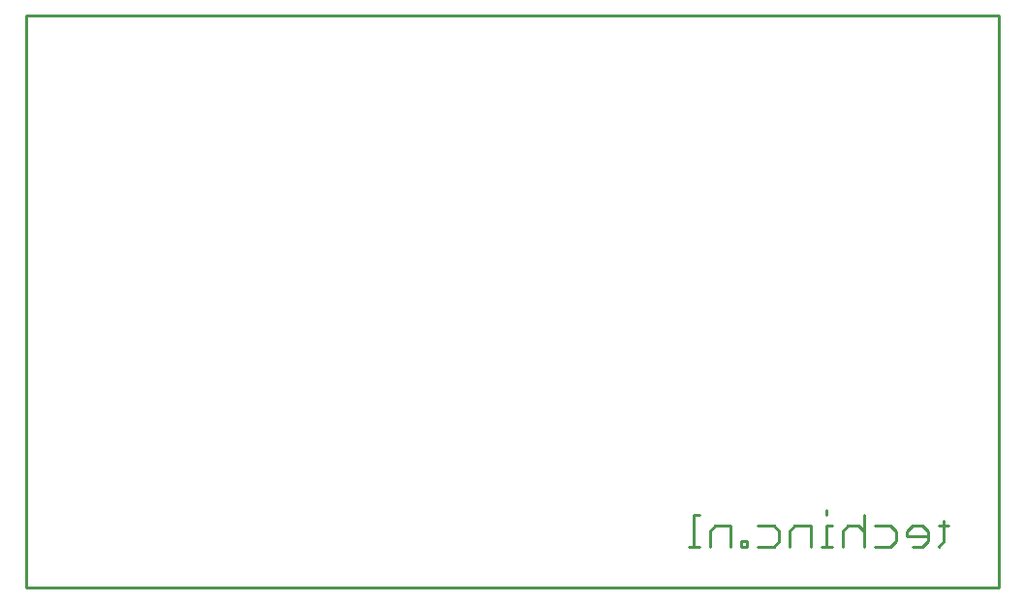
<source format=gbo>
G04 (created by PCBNEW-RS274X (2012-apr-16-27)-stable) date Thu 15 Aug 2013 10:18:16 PM CEST*
G01*
G70*
G90*
%MOIN*%
G04 Gerber Fmt 3.4, Leading zero omitted, Abs format*
%FSLAX34Y34*%
G04 APERTURE LIST*
%ADD10C,0.006000*%
%ADD11C,0.010000*%
%ADD12C,0.000100*%
%ADD13C,0.080000*%
G04 APERTURE END LIST*
G54D10*
G54D11*
X24280Y-24972D02*
X57744Y-24972D01*
X57744Y-24972D02*
X57744Y-44658D01*
X57744Y-44658D02*
X24280Y-44658D01*
X24280Y-44658D02*
X24280Y-24972D01*
X47441Y-43265D02*
X47086Y-43265D01*
X47441Y-43265D02*
X47086Y-43265D01*
X47256Y-42185D02*
X47256Y-43265D01*
X47256Y-42185D02*
X47256Y-43265D01*
X47441Y-42185D02*
X47256Y-42185D01*
X47441Y-42185D02*
X47256Y-42185D01*
X47810Y-42725D02*
X47810Y-43265D01*
X47810Y-42725D02*
X47810Y-43265D01*
X47995Y-42541D02*
X47810Y-42725D01*
X47995Y-42541D02*
X47810Y-42725D01*
X48535Y-42541D02*
X47995Y-42541D01*
X48535Y-42541D02*
X47995Y-42541D01*
X48535Y-43265D02*
X48535Y-42541D01*
X48535Y-43265D02*
X48535Y-42541D01*
X48905Y-43265D02*
X49089Y-43265D01*
X48905Y-43265D02*
X49089Y-43265D01*
X48905Y-43081D02*
X48905Y-43265D01*
X48905Y-43081D02*
X48905Y-43265D01*
X49089Y-43081D02*
X48905Y-43081D01*
X49089Y-43081D02*
X48905Y-43081D01*
X49089Y-43265D02*
X49089Y-43081D01*
X49089Y-43265D02*
X49089Y-43081D01*
X50013Y-43265D02*
X49459Y-43265D01*
X50013Y-43265D02*
X49459Y-43265D01*
X50184Y-43081D02*
X50013Y-43265D01*
X50184Y-43081D02*
X50013Y-43265D01*
X50184Y-42725D02*
X50184Y-43081D01*
X50184Y-42725D02*
X50184Y-43081D01*
X50013Y-42541D02*
X50184Y-42725D01*
X50013Y-42541D02*
X50184Y-42725D01*
X49459Y-42541D02*
X50013Y-42541D01*
X49459Y-42541D02*
X50013Y-42541D01*
X50553Y-42725D02*
X50553Y-43265D01*
X50553Y-42725D02*
X50553Y-43265D01*
X50738Y-42541D02*
X50553Y-42725D01*
X50738Y-42541D02*
X50553Y-42725D01*
X51292Y-42541D02*
X50738Y-42541D01*
X51292Y-42541D02*
X50738Y-42541D01*
X51292Y-43265D02*
X51292Y-42541D01*
X51292Y-43265D02*
X51292Y-42541D01*
X51832Y-42001D02*
X51832Y-42185D01*
X51832Y-42001D02*
X51832Y-42185D01*
X52017Y-43265D02*
X51661Y-43265D01*
X52017Y-43265D02*
X51661Y-43265D01*
X51832Y-42541D02*
X51832Y-43265D01*
X51832Y-42541D02*
X51832Y-43265D01*
X52017Y-42541D02*
X51832Y-42541D01*
X52017Y-42541D02*
X51832Y-42541D01*
X52386Y-42725D02*
X52386Y-43265D01*
X52386Y-42725D02*
X52386Y-43265D01*
X52571Y-42541D02*
X52386Y-42725D01*
X52571Y-42541D02*
X52386Y-42725D01*
X52940Y-42541D02*
X52571Y-42541D01*
X52940Y-42541D02*
X52571Y-42541D01*
X53111Y-42725D02*
X52940Y-42541D01*
X53111Y-42725D02*
X52940Y-42541D01*
X53111Y-42185D02*
X53111Y-43265D01*
X53111Y-42185D02*
X53111Y-43265D01*
X54035Y-43265D02*
X53480Y-43265D01*
X54035Y-43265D02*
X53480Y-43265D01*
X54219Y-43081D02*
X54035Y-43265D01*
X54219Y-43081D02*
X54035Y-43265D01*
X54219Y-42725D02*
X54219Y-43081D01*
X54219Y-42725D02*
X54219Y-43081D01*
X54035Y-42541D02*
X54219Y-42725D01*
X54035Y-42541D02*
X54219Y-42725D01*
X53480Y-42541D02*
X54035Y-42541D01*
X53480Y-42541D02*
X54035Y-42541D01*
X54589Y-42910D02*
X55314Y-42910D01*
X54589Y-42910D02*
X55314Y-42910D01*
X54589Y-42725D02*
X54589Y-42910D01*
X54589Y-42725D02*
X54589Y-42910D01*
X54774Y-42541D02*
X54589Y-42725D01*
X54774Y-42541D02*
X54589Y-42725D01*
X55129Y-42541D02*
X54774Y-42541D01*
X55129Y-42541D02*
X54774Y-42541D01*
X55314Y-42725D02*
X55129Y-42541D01*
X55314Y-42725D02*
X55129Y-42541D01*
X55314Y-43081D02*
X55314Y-42725D01*
X55314Y-43081D02*
X55314Y-42725D01*
X55129Y-43265D02*
X55314Y-43081D01*
X55129Y-43265D02*
X55314Y-43081D01*
X54774Y-43265D02*
X55129Y-43265D01*
X54774Y-43265D02*
X55129Y-43265D01*
X56038Y-42541D02*
X55683Y-42541D01*
X56038Y-42541D02*
X55683Y-42541D01*
X55868Y-43081D02*
X55683Y-43265D01*
X55868Y-43081D02*
X55683Y-43265D01*
X55868Y-42356D02*
X55868Y-43081D01*
X55868Y-42356D02*
X55868Y-43081D01*
%LPC*%
G54D12*
G36*
X30713Y-27152D02*
X28320Y-27152D01*
X28320Y-29541D01*
X30713Y-29541D01*
X30713Y-27152D01*
X30713Y-27152D01*
X30713Y-27152D01*
G37*
G36*
X30713Y-32006D02*
X28320Y-32006D01*
X28320Y-34395D01*
X30713Y-34395D01*
X30713Y-32006D01*
X30713Y-32006D01*
X30713Y-32006D01*
G37*
G36*
X30713Y-36860D02*
X28320Y-36860D01*
X28320Y-39249D01*
X30713Y-39249D01*
X30713Y-36860D01*
X30713Y-36860D01*
X30713Y-36860D01*
G37*
G36*
X31563Y-26959D02*
X32148Y-26959D01*
X32148Y-25959D01*
X31563Y-25959D01*
X31563Y-26959D01*
X31563Y-26959D01*
G37*
G36*
X32296Y-26959D02*
X32881Y-26959D01*
X32881Y-25959D01*
X32296Y-25959D01*
X32296Y-26959D01*
X32296Y-26959D01*
G37*
G36*
X33028Y-26959D02*
X33613Y-26959D01*
X33613Y-25959D01*
X33028Y-25959D01*
X33028Y-26959D01*
X33028Y-26959D01*
G37*
G36*
X33761Y-26959D02*
X34346Y-26959D01*
X34346Y-25959D01*
X33761Y-25959D01*
X33761Y-26959D01*
X33761Y-26959D01*
G37*
G36*
X34493Y-26959D02*
X35078Y-26959D01*
X35078Y-25959D01*
X34493Y-25959D01*
X34493Y-26959D01*
X34493Y-26959D01*
G37*
G36*
X35226Y-26959D02*
X35811Y-26959D01*
X35811Y-25959D01*
X35226Y-25959D01*
X35226Y-26959D01*
X35226Y-26959D01*
G37*
G36*
X35958Y-26959D02*
X36543Y-26959D01*
X36543Y-25959D01*
X35958Y-25959D01*
X35958Y-26959D01*
X35958Y-26959D01*
G37*
G36*
X36691Y-26959D02*
X37276Y-26959D01*
X37276Y-25959D01*
X36691Y-25959D01*
X36691Y-26959D01*
X36691Y-26959D01*
G37*
G36*
X37423Y-26959D02*
X38008Y-26959D01*
X38008Y-25959D01*
X37423Y-25959D01*
X37423Y-26959D01*
X37423Y-26959D01*
G37*
G36*
X38156Y-26959D02*
X38741Y-26959D01*
X38741Y-25959D01*
X38156Y-25959D01*
X38156Y-26959D01*
X38156Y-26959D01*
G37*
G36*
X38888Y-26959D02*
X39473Y-26959D01*
X39473Y-25959D01*
X38888Y-25959D01*
X38888Y-26959D01*
X38888Y-26959D01*
G37*
G36*
X39621Y-26959D02*
X40206Y-26959D01*
X40206Y-25959D01*
X39621Y-25959D01*
X39621Y-26959D01*
X39621Y-26959D01*
G37*
G36*
X40353Y-26959D02*
X40938Y-26959D01*
X40938Y-25959D01*
X40353Y-25959D01*
X40353Y-26959D01*
X40353Y-26959D01*
G37*
G36*
X41086Y-26959D02*
X41671Y-26959D01*
X41671Y-25959D01*
X41086Y-25959D01*
X41086Y-26959D01*
X41086Y-26959D01*
G37*
G36*
X41818Y-26959D02*
X42403Y-26959D01*
X42403Y-25959D01*
X41818Y-25959D01*
X41818Y-26959D01*
X41818Y-26959D01*
G37*
G36*
X42551Y-26959D02*
X43136Y-26959D01*
X43136Y-25959D01*
X42551Y-25959D01*
X42551Y-26959D01*
X42551Y-26959D01*
G37*
G36*
X43283Y-26959D02*
X43868Y-26959D01*
X43868Y-25959D01*
X43283Y-25959D01*
X43283Y-26959D01*
X43283Y-26959D01*
G37*
G36*
X44016Y-26959D02*
X44601Y-26959D01*
X44601Y-25959D01*
X44016Y-25959D01*
X44016Y-26959D01*
X44016Y-26959D01*
G37*
G36*
X44748Y-26959D02*
X45333Y-26959D01*
X45333Y-25959D01*
X44748Y-25959D01*
X44748Y-26959D01*
X44748Y-26959D01*
G37*
G36*
X45481Y-26959D02*
X46066Y-26959D01*
X46066Y-25959D01*
X45481Y-25959D01*
X45481Y-26959D01*
X45481Y-26959D01*
G37*
G36*
X46213Y-26959D02*
X46798Y-26959D01*
X46798Y-25959D01*
X46213Y-25959D01*
X46213Y-26959D01*
X46213Y-26959D01*
G37*
G36*
X46946Y-26959D02*
X47531Y-26959D01*
X47531Y-25959D01*
X46946Y-25959D01*
X46946Y-26959D01*
X46946Y-26959D01*
G37*
G36*
X47678Y-26959D02*
X48263Y-26959D01*
X48263Y-25959D01*
X47678Y-25959D01*
X47678Y-26959D01*
X47678Y-26959D01*
G37*
G36*
X48411Y-26959D02*
X48996Y-26959D01*
X48996Y-25959D01*
X48411Y-25959D01*
X48411Y-26959D01*
X48411Y-26959D01*
G37*
G36*
X49143Y-26959D02*
X49728Y-26959D01*
X49728Y-25959D01*
X49143Y-25959D01*
X49143Y-26959D01*
X49143Y-26959D01*
G37*
G36*
X49876Y-26959D02*
X50461Y-26959D01*
X50461Y-25959D01*
X49876Y-25959D01*
X49876Y-26959D01*
X49876Y-26959D01*
G37*
G54D13*
X26623Y-40354D03*
X26623Y-41354D03*
X26623Y-42354D03*
X27623Y-40354D03*
X27623Y-41354D03*
X27623Y-42354D03*
M02*

</source>
